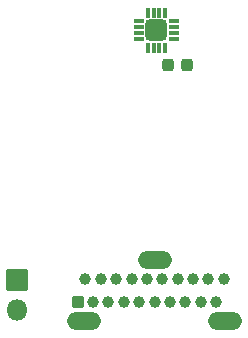
<source format=gbr>
%TF.GenerationSoftware,KiCad,Pcbnew,(6.0.0)*%
%TF.CreationDate,2022-02-14T22:10:37-06:00*%
%TF.ProjectId,MA710_encoder,4d413731-305f-4656-9e63-6f6465722e6b,rev?*%
%TF.SameCoordinates,Original*%
%TF.FileFunction,Soldermask,Bot*%
%TF.FilePolarity,Negative*%
%FSLAX46Y46*%
G04 Gerber Fmt 4.6, Leading zero omitted, Abs format (unit mm)*
G04 Created by KiCad (PCBNEW (6.0.0)) date 2022-02-14 22:10:37*
%MOMM*%
%LPD*%
G01*
G04 APERTURE LIST*
G04 Aperture macros list*
%AMRoundRect*
0 Rectangle with rounded corners*
0 $1 Rounding radius*
0 $2 $3 $4 $5 $6 $7 $8 $9 X,Y pos of 4 corners*
0 Add a 4 corners polygon primitive as box body*
4,1,4,$2,$3,$4,$5,$6,$7,$8,$9,$2,$3,0*
0 Add four circle primitives for the rounded corners*
1,1,$1+$1,$2,$3*
1,1,$1+$1,$4,$5*
1,1,$1+$1,$6,$7*
1,1,$1+$1,$8,$9*
0 Add four rect primitives between the rounded corners*
20,1,$1+$1,$2,$3,$4,$5,0*
20,1,$1+$1,$4,$5,$6,$7,0*
20,1,$1+$1,$6,$7,$8,$9,0*
20,1,$1+$1,$8,$9,$2,$3,0*%
G04 Aperture macros list end*
%ADD10RoundRect,0.050000X-0.850000X-0.850000X0.850000X-0.850000X0.850000X0.850000X-0.850000X0.850000X0*%
%ADD11O,1.800000X1.800000*%
%ADD12RoundRect,0.050000X-0.450000X-0.450000X0.450000X-0.450000X0.450000X0.450000X-0.450000X0.450000X0*%
%ADD13C,1.000000*%
%ADD14O,2.900000X1.500000*%
%ADD15RoundRect,0.268750X-0.218750X-0.256250X0.218750X-0.256250X0.218750X0.256250X-0.218750X0.256250X0*%
%ADD16RoundRect,0.112500X-0.350000X-0.062500X0.350000X-0.062500X0.350000X0.062500X-0.350000X0.062500X0*%
%ADD17RoundRect,0.112500X-0.062500X-0.350000X0.062500X-0.350000X0.062500X0.350000X-0.062500X0.350000X0*%
%ADD18RoundRect,0.300000X-0.600000X-0.600000X0.600000X-0.600000X0.600000X0.600000X-0.600000X0.600000X0*%
G04 APERTURE END LIST*
D10*
%TO.C,J1*%
X152654000Y-136652000D03*
D11*
X152654000Y-139192000D03*
%TD*%
D12*
%TO.C,J4*%
X157838000Y-138501000D03*
D13*
X158488000Y-136581000D03*
X159138000Y-138501000D03*
X159788000Y-136581000D03*
X160438000Y-138501000D03*
X161088000Y-136581000D03*
X161738000Y-138501000D03*
X162388000Y-136581000D03*
X163038000Y-138501000D03*
X163688000Y-136581000D03*
X164338000Y-138501000D03*
X164988000Y-136581000D03*
X165638000Y-138501000D03*
X166288000Y-136581000D03*
X166938000Y-138501000D03*
X167588000Y-136581000D03*
X168238000Y-138501000D03*
X168888000Y-136581000D03*
X169538000Y-138501000D03*
X170188000Y-136581000D03*
D14*
X158338000Y-140121000D03*
X170338000Y-140121000D03*
X164338000Y-134961000D03*
%TD*%
D15*
%TO.C,C1*%
X165470840Y-118427500D03*
X167045840Y-118427500D03*
%TD*%
D16*
%TO.C,U1*%
X163037500Y-116250000D03*
X163037500Y-115750000D03*
X163037500Y-115250000D03*
X163037500Y-114750000D03*
D17*
X163750000Y-114037500D03*
X164250000Y-114037500D03*
X164750000Y-114037500D03*
X165250000Y-114037500D03*
D16*
X165962500Y-114750000D03*
X165962500Y-115250000D03*
X165962500Y-115750000D03*
X165962500Y-116250000D03*
D17*
X165250000Y-116962500D03*
X164750000Y-116962500D03*
X164250000Y-116962500D03*
X163750000Y-116962500D03*
D18*
X164500000Y-115500000D03*
%TD*%
M02*

</source>
